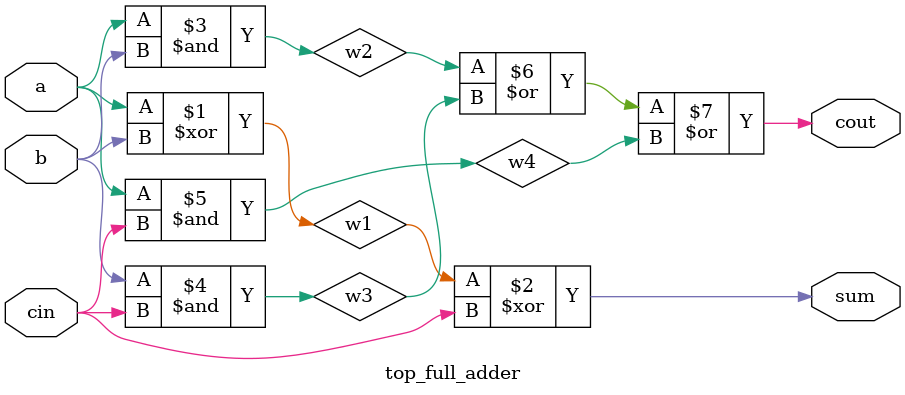
<source format=v>
`timescale 1ns / 1ps
module top_full_adder(

    input a,
    input b,
    input cin,
    output sum,
    output cout
);
    wire w1, w2, w3, w4;
    xor xor1 (w1, a, b);
    xor xor2 (sum, w1, cin);

    and and1 (w2, a, b);
    and and2 (w3, b, cin);
    and and3 (w4, a, cin);
    or or1 (cout, w2, w3, w4);

endmodule

</source>
